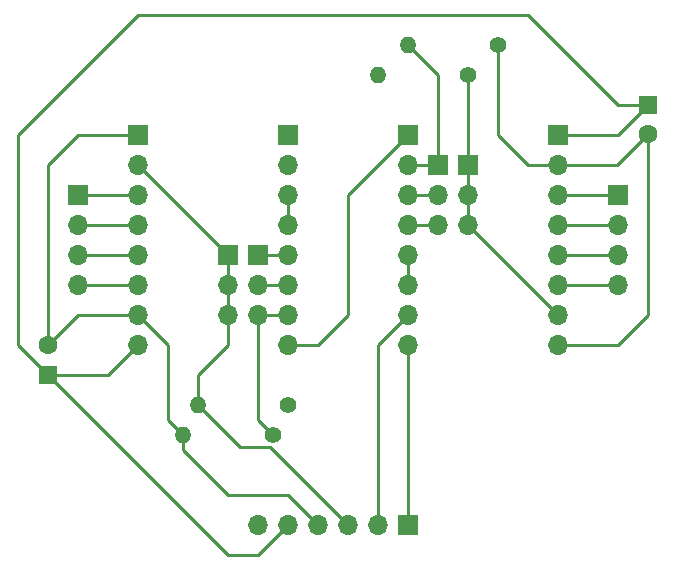
<source format=gtl>
G04 #@! TF.GenerationSoftware,KiCad,Pcbnew,(6.0.2)*
G04 #@! TF.CreationDate,2025-01-10T20:50:02+01:00*
G04 #@! TF.ProjectId,2motor,326d6f74-6f72-42e6-9b69-6361645f7063,rev?*
G04 #@! TF.SameCoordinates,Original*
G04 #@! TF.FileFunction,Copper,L1,Top*
G04 #@! TF.FilePolarity,Positive*
%FSLAX46Y46*%
G04 Gerber Fmt 4.6, Leading zero omitted, Abs format (unit mm)*
G04 Created by KiCad (PCBNEW (6.0.2)) date 2025-01-10 20:50:02*
%MOMM*%
%LPD*%
G01*
G04 APERTURE LIST*
G04 #@! TA.AperFunction,ComponentPad*
%ADD10R,1.700000X1.700000*%
G04 #@! TD*
G04 #@! TA.AperFunction,ComponentPad*
%ADD11O,1.700000X1.700000*%
G04 #@! TD*
G04 #@! TA.AperFunction,ComponentPad*
%ADD12C,1.400000*%
G04 #@! TD*
G04 #@! TA.AperFunction,ComponentPad*
%ADD13O,1.400000X1.400000*%
G04 #@! TD*
G04 #@! TA.AperFunction,ComponentPad*
%ADD14R,1.600000X1.600000*%
G04 #@! TD*
G04 #@! TA.AperFunction,ComponentPad*
%ADD15C,1.600000*%
G04 #@! TD*
G04 #@! TA.AperFunction,Conductor*
%ADD16C,0.250000*%
G04 #@! TD*
G04 APERTURE END LIST*
D10*
X129540000Y-99060000D03*
D11*
X129540000Y-101600000D03*
X129540000Y-104140000D03*
X129540000Y-106680000D03*
X129540000Y-109220000D03*
X129540000Y-111760000D03*
X129540000Y-114300000D03*
X129540000Y-116840000D03*
D10*
X144780000Y-101600000D03*
D11*
X144780000Y-104140000D03*
X144780000Y-106680000D03*
D12*
X128270000Y-124460000D03*
D13*
X120650000Y-124460000D03*
D10*
X139700000Y-132080000D03*
D11*
X137160000Y-132080000D03*
X134620000Y-132080000D03*
X132080000Y-132080000D03*
X129540000Y-132080000D03*
X127000000Y-132080000D03*
D14*
X160020000Y-96520000D03*
D15*
X160020000Y-99020000D03*
D10*
X124460000Y-109220000D03*
D11*
X124460000Y-111760000D03*
X124460000Y-114300000D03*
D12*
X144780000Y-93980000D03*
D13*
X137160000Y-93980000D03*
D10*
X152400000Y-99060000D03*
D11*
X152400000Y-101600000D03*
X152400000Y-104140000D03*
X152400000Y-106680000D03*
X152400000Y-109220000D03*
X152400000Y-111760000D03*
X152400000Y-114300000D03*
X152400000Y-116840000D03*
D12*
X147320000Y-91440000D03*
D13*
X139700000Y-91440000D03*
D10*
X139700000Y-99060000D03*
D11*
X139700000Y-101600000D03*
X139700000Y-104140000D03*
X139700000Y-106680000D03*
X139700000Y-109220000D03*
X139700000Y-111760000D03*
X139700000Y-114300000D03*
X139700000Y-116840000D03*
D12*
X129540000Y-121920000D03*
D13*
X121920000Y-121920000D03*
D10*
X111760000Y-104140000D03*
D11*
X111760000Y-106680000D03*
X111760000Y-109220000D03*
X111760000Y-111760000D03*
D10*
X116840000Y-99060000D03*
D11*
X116840000Y-101600000D03*
X116840000Y-104140000D03*
X116840000Y-106680000D03*
X116840000Y-109220000D03*
X116840000Y-111760000D03*
X116840000Y-114300000D03*
X116840000Y-116840000D03*
D10*
X127000000Y-109220000D03*
D11*
X127000000Y-111760000D03*
X127000000Y-114300000D03*
D10*
X142240000Y-101600000D03*
D11*
X142240000Y-104140000D03*
X142240000Y-106680000D03*
D14*
X109220000Y-119380000D03*
D15*
X109220000Y-116880000D03*
D10*
X157480000Y-104140000D03*
D11*
X157480000Y-106680000D03*
X157480000Y-109220000D03*
X157480000Y-111760000D03*
D16*
X157480000Y-99060000D02*
X160020000Y-96520000D01*
X106680000Y-99060000D02*
X106680000Y-116840000D01*
X124460000Y-134620000D02*
X127000000Y-134620000D01*
X160020000Y-96520000D02*
X157480000Y-96520000D01*
X157480000Y-96520000D02*
X149860000Y-88900000D01*
X152400000Y-99060000D02*
X157480000Y-99060000D01*
X116840000Y-88900000D02*
X106680000Y-99060000D01*
X114300000Y-119380000D02*
X116840000Y-116840000D01*
X109220000Y-119380000D02*
X124460000Y-134620000D01*
X149860000Y-88900000D02*
X116840000Y-88900000D01*
X109220000Y-119380000D02*
X114300000Y-119380000D01*
X127000000Y-134620000D02*
X129540000Y-132080000D01*
X106680000Y-116840000D02*
X109220000Y-119380000D01*
X129540000Y-129540000D02*
X124460000Y-129540000D01*
X152400000Y-116840000D02*
X157480000Y-116840000D01*
X111760000Y-99060000D02*
X109220000Y-101600000D01*
X149860000Y-101600000D02*
X152400000Y-101600000D01*
X147320000Y-99060000D02*
X149860000Y-101600000D01*
X157440000Y-101600000D02*
X160020000Y-99020000D01*
X160020000Y-114300000D02*
X160020000Y-99020000D01*
X116840000Y-114300000D02*
X119380000Y-116840000D01*
X109220000Y-101600000D02*
X109220000Y-116880000D01*
X120650000Y-125730000D02*
X120650000Y-124460000D01*
X119380000Y-123190000D02*
X120650000Y-124460000D01*
X119380000Y-116840000D02*
X119380000Y-123190000D01*
X152400000Y-101600000D02*
X157440000Y-101600000D01*
X132080000Y-132080000D02*
X129540000Y-129540000D01*
X124460000Y-129540000D02*
X120650000Y-125730000D01*
X111760000Y-114300000D02*
X116840000Y-114300000D01*
X157480000Y-116840000D02*
X160020000Y-114300000D01*
X116840000Y-99060000D02*
X111760000Y-99060000D01*
X111760000Y-114340000D02*
X111760000Y-114300000D01*
X109220000Y-116880000D02*
X111760000Y-114340000D01*
X147320000Y-91440000D02*
X147320000Y-99060000D01*
X139700000Y-116840000D02*
X139700000Y-132080000D01*
X137160000Y-116840000D02*
X139700000Y-114300000D01*
X137160000Y-132080000D02*
X137160000Y-116840000D01*
X121920000Y-119380000D02*
X124460000Y-116840000D01*
X125484511Y-125484511D02*
X121920000Y-121920000D01*
X124460000Y-116840000D02*
X124460000Y-114300000D01*
X124460000Y-111760000D02*
X124460000Y-109220000D01*
X128024511Y-125484511D02*
X125484511Y-125484511D01*
X144780000Y-101600000D02*
X144780000Y-104140000D01*
X144780000Y-104140000D02*
X144780000Y-106680000D01*
X144780000Y-106680000D02*
X152400000Y-114300000D01*
X134620000Y-132080000D02*
X128024511Y-125484511D01*
X144780000Y-101600000D02*
X144780000Y-93980000D01*
X116840000Y-101600000D02*
X124460000Y-109220000D01*
X124460000Y-114300000D02*
X124460000Y-111760000D01*
X121920000Y-121920000D02*
X121920000Y-119380000D01*
X134620000Y-114300000D02*
X132080000Y-116840000D01*
X139700000Y-99060000D02*
X134620000Y-104140000D01*
X134620000Y-104140000D02*
X134620000Y-114300000D01*
X132080000Y-116840000D02*
X129540000Y-116840000D01*
X111760000Y-104140000D02*
X116840000Y-104140000D01*
X116840000Y-106680000D02*
X111760000Y-106680000D01*
X116840000Y-109220000D02*
X111760000Y-109220000D01*
X116840000Y-111760000D02*
X111760000Y-111760000D01*
X129540000Y-106680000D02*
X129540000Y-104140000D01*
X127000000Y-109220000D02*
X129540000Y-109220000D01*
X127000000Y-111760000D02*
X129540000Y-111760000D01*
X127000000Y-114300000D02*
X127000000Y-123190000D01*
X127000000Y-123190000D02*
X128270000Y-124460000D01*
X127000000Y-114300000D02*
X129540000Y-114300000D01*
X139700000Y-91440000D02*
X142240000Y-93980000D01*
X139700000Y-101600000D02*
X142240000Y-101600000D01*
X142240000Y-93980000D02*
X142240000Y-101600000D01*
X139700000Y-104140000D02*
X142240000Y-104140000D01*
X142240000Y-106680000D02*
X139700000Y-106680000D01*
X139700000Y-111760000D02*
X139700000Y-109220000D01*
X157480000Y-104140000D02*
X152400000Y-104140000D01*
X152400000Y-106680000D02*
X157480000Y-106680000D01*
X157480000Y-109220000D02*
X152400000Y-109220000D01*
X152400000Y-111760000D02*
X157480000Y-111760000D01*
M02*

</source>
